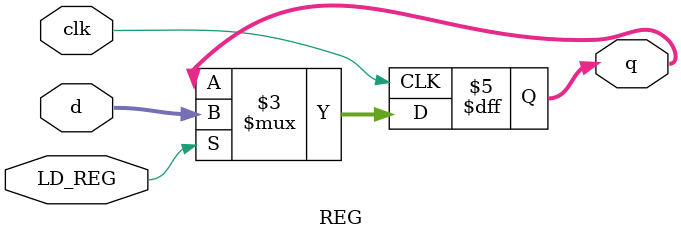
<source format=v>
module REG(
	input [31:0] d,
	input clk, LD_REG,
	output reg [31:0] q
	);
always @ ( posedge clk) begin
	if(LD_REG)begin
		q<= d; //set the output with the input
	end else begin
		q<= q;
	end

end


endmodule
</source>
